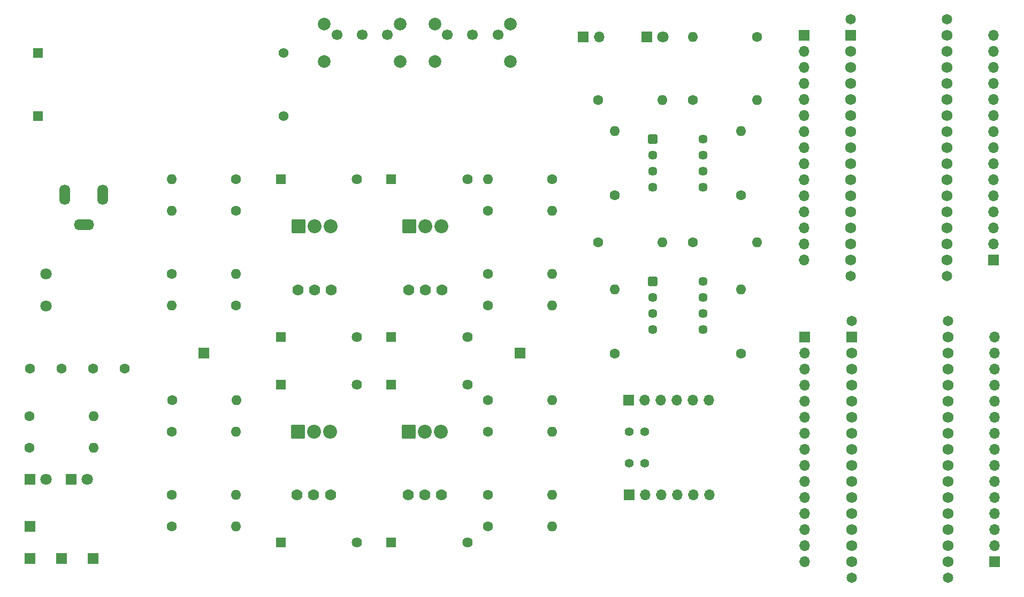
<source format=gbr>
%TF.GenerationSoftware,KiCad,Pcbnew,(6.0.7)*%
%TF.CreationDate,2024-04-02T23:43:12-07:00*%
%TF.ProjectId,PCB_v1,5043425f-7631-42e6-9b69-6361645f7063,rev?*%
%TF.SameCoordinates,Original*%
%TF.FileFunction,Soldermask,Bot*%
%TF.FilePolarity,Negative*%
%FSLAX46Y46*%
G04 Gerber Fmt 4.6, Leading zero omitted, Abs format (unit mm)*
G04 Created by KiCad (PCBNEW (6.0.7)) date 2024-04-02 23:43:12*
%MOMM*%
%LPD*%
G01*
G04 APERTURE LIST*
G04 Aperture macros list*
%AMRoundRect*
0 Rectangle with rounded corners*
0 $1 Rounding radius*
0 $2 $3 $4 $5 $6 $7 $8 $9 X,Y pos of 4 corners*
0 Add a 4 corners polygon primitive as box body*
4,1,4,$2,$3,$4,$5,$6,$7,$8,$9,$2,$3,0*
0 Add four circle primitives for the rounded corners*
1,1,$1+$1,$2,$3*
1,1,$1+$1,$4,$5*
1,1,$1+$1,$6,$7*
1,1,$1+$1,$8,$9*
0 Add four rect primitives between the rounded corners*
20,1,$1+$1,$2,$3,$4,$5,0*
20,1,$1+$1,$4,$5,$6,$7,0*
20,1,$1+$1,$6,$7,$8,$9,0*
20,1,$1+$1,$8,$9,$2,$3,0*%
G04 Aperture macros list end*
%ADD10C,1.651000*%
%ADD11C,1.728000*%
%ADD12RoundRect,0.102000X-0.762000X0.762000X-0.762000X-0.762000X0.762000X-0.762000X0.762000X0.762000X0*%
%ADD13R,1.700000X1.700000*%
%ADD14O,1.700000X1.700000*%
%ADD15C,1.452000*%
%ADD16RoundRect,0.102000X-0.624000X-0.624000X0.624000X-0.624000X0.624000X0.624000X-0.624000X0.624000X0*%
%ADD17C,2.000000*%
%ADD18C,1.700000*%
%ADD19C,1.600000*%
%ADD20O,1.600000X1.600000*%
%ADD21C,1.778000*%
%ADD22RoundRect,0.102000X-1.005000X-1.005000X1.005000X-1.005000X1.005000X1.005000X-1.005000X1.005000X0*%
%ADD23C,2.214000*%
%ADD24O,1.712000X3.220000*%
%ADD25O,3.220000X1.712000*%
%ADD26C,1.803400*%
%ADD27R,1.574800X1.574800*%
%ADD28C,1.574800*%
%ADD29R,1.800000X1.800000*%
%ADD30C,1.800000*%
%ADD31C,1.625600*%
%ADD32R,1.625600X1.625600*%
%ADD33C,1.400000*%
G04 APERTURE END LIST*
D10*
%TO.C,U1*%
X167380000Y-67820000D03*
X182620000Y-67820000D03*
X182620000Y-27180000D03*
X167380000Y-27180000D03*
D11*
X182620000Y-29720000D03*
X182620000Y-32260000D03*
X182620000Y-34800000D03*
X182620000Y-37340000D03*
X182620000Y-39880000D03*
X182620000Y-42420000D03*
X182620000Y-44960000D03*
X182620000Y-47500000D03*
X182620000Y-50040000D03*
X182620000Y-52580000D03*
X182620000Y-55120000D03*
X182620000Y-57660000D03*
X182620000Y-60200000D03*
X182620000Y-62740000D03*
X182620000Y-65280000D03*
X167380000Y-65280000D03*
X167380000Y-62740000D03*
X167380000Y-60200000D03*
X167380000Y-57660000D03*
X167380000Y-55120000D03*
X167380000Y-52580000D03*
X167380000Y-50040000D03*
X167380000Y-47500000D03*
X167380000Y-44960000D03*
X167380000Y-42420000D03*
X167380000Y-39880000D03*
X167380000Y-37340000D03*
X167380000Y-34800000D03*
X167380000Y-32260000D03*
D12*
X167380000Y-29720000D03*
%TD*%
%TO.C,U2*%
X167500000Y-77460000D03*
D11*
X167500000Y-80000000D03*
X167500000Y-82540000D03*
X167500000Y-85080000D03*
X167500000Y-87620000D03*
X167500000Y-90160000D03*
X167500000Y-92700000D03*
X167500000Y-95240000D03*
X167500000Y-97780000D03*
X167500000Y-100320000D03*
X167500000Y-102860000D03*
X167500000Y-105400000D03*
X167500000Y-107940000D03*
X167500000Y-110480000D03*
X167500000Y-113020000D03*
X182740000Y-113020000D03*
X182740000Y-110480000D03*
X182740000Y-107940000D03*
X182740000Y-105400000D03*
X182740000Y-102860000D03*
X182740000Y-100320000D03*
X182740000Y-97780000D03*
X182740000Y-95240000D03*
X182740000Y-92700000D03*
X182740000Y-90160000D03*
X182740000Y-87620000D03*
X182740000Y-85080000D03*
X182740000Y-82540000D03*
X182740000Y-80000000D03*
X182740000Y-77460000D03*
D10*
X167500000Y-74920000D03*
X182740000Y-74920000D03*
X182740000Y-115560000D03*
X167500000Y-115560000D03*
%TD*%
D13*
%TO.C,Laser*%
X125000000Y-29960000D03*
D14*
X127540000Y-29960000D03*
%TD*%
D15*
%TO.C,U4*%
X143970000Y-68690000D03*
X143970000Y-71230000D03*
X143970000Y-73770000D03*
X143970000Y-76310000D03*
X136030000Y-76310000D03*
X136030000Y-73770000D03*
X136030000Y-71230000D03*
D16*
X136030000Y-68690000D03*
%TD*%
%TO.C,U3*%
X136030000Y-46190000D03*
D15*
X136030000Y-48730000D03*
X136030000Y-51270000D03*
X136030000Y-53810000D03*
X143970000Y-53810000D03*
X143970000Y-51270000D03*
X143970000Y-48730000D03*
X143970000Y-46190000D03*
%TD*%
D13*
%TO.C,2R*%
X47500000Y-112500000D03*
%TD*%
%TO.C,1R*%
X115000000Y-80000000D03*
%TD*%
%TO.C,1L*%
X65000000Y-80000000D03*
%TD*%
%TO.C,2L*%
X42500000Y-112500000D03*
%TD*%
%TO.C,GND*%
X37500000Y-107500000D03*
%TD*%
%TO.C,PS*%
X37500000Y-112500000D03*
%TD*%
D17*
%TO.C,SW2*%
X96042500Y-27917500D03*
X84042500Y-33917500D03*
X84042500Y-27917500D03*
X96042500Y-33917500D03*
D18*
X86042500Y-29667500D03*
X90042500Y-29667500D03*
X94042500Y-29667500D03*
%TD*%
D17*
%TO.C,SW1*%
X113542500Y-27917500D03*
X101542500Y-33917500D03*
X101542500Y-27917500D03*
X113542500Y-33917500D03*
D18*
X103542500Y-29667500D03*
X107542500Y-29667500D03*
X111542500Y-29667500D03*
%TD*%
D19*
%TO.C,R27*%
X152580000Y-30000000D03*
D20*
X142420000Y-30000000D03*
%TD*%
%TO.C,R26*%
X150000000Y-69920000D03*
D19*
X150000000Y-80080000D03*
%TD*%
%TO.C,R25*%
X150000000Y-55080000D03*
D20*
X150000000Y-44920000D03*
%TD*%
%TO.C,R24*%
X152580000Y-62500000D03*
D19*
X142420000Y-62500000D03*
%TD*%
%TO.C,R23*%
X142420000Y-40000000D03*
D20*
X152580000Y-40000000D03*
%TD*%
%TO.C,R22*%
X137580000Y-62500000D03*
D19*
X127420000Y-62500000D03*
%TD*%
%TO.C,R21*%
X127420000Y-40000000D03*
D20*
X137580000Y-40000000D03*
%TD*%
%TO.C,R20*%
X130000000Y-69920000D03*
D19*
X130000000Y-80080000D03*
%TD*%
%TO.C,R19*%
X130000000Y-55080000D03*
D20*
X130000000Y-44920000D03*
%TD*%
%TO.C,R18*%
X47580000Y-90000000D03*
D19*
X37420000Y-90000000D03*
%TD*%
%TO.C,R17*%
X109920000Y-102500000D03*
D20*
X120080000Y-102500000D03*
%TD*%
%TO.C,R16*%
X120080000Y-92500000D03*
D19*
X109920000Y-92500000D03*
%TD*%
D20*
%TO.C,R15*%
X120080000Y-67500000D03*
D19*
X109920000Y-67500000D03*
%TD*%
D20*
%TO.C,R14*%
X120080000Y-57500000D03*
D19*
X109920000Y-57500000D03*
%TD*%
%TO.C,R13*%
X59920000Y-102500000D03*
D20*
X70080000Y-102500000D03*
%TD*%
D19*
%TO.C,R12*%
X59920000Y-92500000D03*
D20*
X70080000Y-92500000D03*
%TD*%
D19*
%TO.C,R11*%
X70100000Y-72500000D03*
D20*
X59940000Y-72500000D03*
%TD*%
%TO.C,R10*%
X59910000Y-57500000D03*
D19*
X70070000Y-57500000D03*
%TD*%
%TO.C,R9*%
X109920000Y-107500000D03*
D20*
X120080000Y-107500000D03*
%TD*%
%TO.C,R8*%
X120080000Y-87500000D03*
D19*
X109920000Y-87500000D03*
%TD*%
%TO.C,R7*%
X109920000Y-72500000D03*
D20*
X120080000Y-72500000D03*
%TD*%
%TO.C,R6*%
X109920000Y-52500000D03*
D19*
X120080000Y-52500000D03*
%TD*%
%TO.C,R5*%
X59920000Y-107500000D03*
D20*
X70080000Y-107500000D03*
%TD*%
D19*
%TO.C,R4*%
X60000000Y-87500000D03*
D20*
X70160000Y-87500000D03*
%TD*%
D19*
%TO.C,R3*%
X59920000Y-67500000D03*
D20*
X70080000Y-67500000D03*
%TD*%
%TO.C,R2*%
X59920000Y-52500000D03*
D19*
X70080000Y-52500000D03*
%TD*%
D20*
%TO.C,R1*%
X47580000Y-95000000D03*
D19*
X37420000Y-95000000D03*
%TD*%
D21*
%TO.C,Q8*%
X97320000Y-102500000D03*
X99960000Y-102500000D03*
X102599999Y-102500000D03*
%TD*%
D22*
%TO.C,Q7*%
X97420000Y-92500000D03*
D23*
X99960000Y-92500000D03*
X102500000Y-92500000D03*
%TD*%
D21*
%TO.C,Q6*%
X97400000Y-70000000D03*
X100040000Y-70000000D03*
X102679999Y-70000000D03*
%TD*%
D22*
%TO.C,Q5*%
X97500000Y-60000000D03*
D23*
X100040000Y-60000000D03*
X102580000Y-60000000D03*
%TD*%
D21*
%TO.C,Q4*%
X79750000Y-102500000D03*
X82390000Y-102500000D03*
X85029999Y-102500000D03*
%TD*%
D22*
%TO.C,Q3*%
X79880000Y-92500000D03*
D23*
X82420000Y-92500000D03*
X84960000Y-92500000D03*
%TD*%
D21*
%TO.C,Q2*%
X79880000Y-70000000D03*
X82520000Y-70000000D03*
X85159999Y-70000000D03*
%TD*%
D22*
%TO.C,Q1*%
X80000000Y-60000000D03*
D23*
X82540000Y-60000000D03*
X85080000Y-60000000D03*
%TD*%
D14*
%TO.C,J8*%
X190000000Y-29720000D03*
X190000000Y-32260000D03*
X190000000Y-34800000D03*
X190000000Y-37340000D03*
X190000000Y-39880000D03*
X190000000Y-42420000D03*
X190000000Y-44960000D03*
X190000000Y-47500000D03*
X190000000Y-50040000D03*
X190000000Y-52580000D03*
X190000000Y-55120000D03*
X190000000Y-57660000D03*
X190000000Y-60200000D03*
X190000000Y-62740000D03*
D13*
X190000000Y-65280000D03*
%TD*%
%TO.C,J7*%
X190120000Y-113020000D03*
D14*
X190120000Y-110480000D03*
X190120000Y-107940000D03*
X190120000Y-105400000D03*
X190120000Y-102860000D03*
X190120000Y-100320000D03*
X190120000Y-97780000D03*
X190120000Y-95240000D03*
X190120000Y-92700000D03*
X190120000Y-90160000D03*
X190120000Y-87620000D03*
X190120000Y-85080000D03*
X190120000Y-82540000D03*
X190120000Y-80000000D03*
X190120000Y-77460000D03*
%TD*%
D13*
%TO.C,J6*%
X160120000Y-77490000D03*
D14*
X160120000Y-80030000D03*
X160120000Y-82570000D03*
X160120000Y-85110000D03*
X160120000Y-87650000D03*
X160120000Y-90190000D03*
X160120000Y-92730000D03*
X160120000Y-95270000D03*
X160120000Y-97810000D03*
X160120000Y-100350000D03*
X160120000Y-102890000D03*
X160120000Y-105430000D03*
X160120000Y-107970000D03*
X160120000Y-110510000D03*
X160120000Y-113050000D03*
%TD*%
%TO.C,J5*%
X160025000Y-65310000D03*
X160025000Y-62770000D03*
X160025000Y-60230000D03*
X160025000Y-57690000D03*
X160025000Y-55150000D03*
X160025000Y-52610000D03*
X160025000Y-50070000D03*
X160025000Y-47530000D03*
X160025000Y-44990000D03*
X160025000Y-42450000D03*
X160025000Y-39910000D03*
X160025000Y-37370000D03*
X160025000Y-34830000D03*
X160025000Y-32290000D03*
D13*
X160025000Y-29750000D03*
%TD*%
D24*
%TO.C,J4*%
X49000000Y-55000000D03*
X43000000Y-55000000D03*
D25*
X46000000Y-59700000D03*
%TD*%
D13*
%TO.C,LowerBridge*%
X132300000Y-102500000D03*
D14*
X134840000Y-102500000D03*
X137380000Y-102500000D03*
X139920000Y-102500000D03*
X142460000Y-102500000D03*
X145000000Y-102500000D03*
%TD*%
D13*
%TO.C,UpperBridge*%
X132260000Y-87500000D03*
D14*
X134800000Y-87500000D03*
X137340000Y-87500000D03*
X139880000Y-87500000D03*
X142420000Y-87500000D03*
X144960000Y-87500000D03*
%TD*%
D26*
%TO.C,J1*%
X40000000Y-67500000D03*
X40000000Y-72580000D03*
%TD*%
D27*
%TO.C,F2*%
X38754800Y-32500000D03*
D28*
X77642200Y-32500000D03*
%TD*%
D27*
%TO.C,F1*%
X38754800Y-42500000D03*
D28*
X77642200Y-42500000D03*
%TD*%
D29*
%TO.C,D3*%
X135080000Y-30000000D03*
D30*
X137620000Y-30000000D03*
%TD*%
%TO.C,D2*%
X46540000Y-100000000D03*
D29*
X44000000Y-100000000D03*
%TD*%
D30*
%TO.C,D1*%
X40040000Y-100000000D03*
D29*
X37500000Y-100000000D03*
%TD*%
D31*
%TO.C,CR8*%
X106743700Y-85000000D03*
D32*
X94653300Y-85000000D03*
%TD*%
%TO.C,CR7*%
X94653300Y-110000000D03*
D31*
X106743700Y-110000000D03*
%TD*%
%TO.C,CR6*%
X106743700Y-77500000D03*
D32*
X94653300Y-77500000D03*
%TD*%
%TO.C,CR5*%
X94653300Y-52500000D03*
D31*
X106743700Y-52500000D03*
%TD*%
D32*
%TO.C,CR4*%
X77153300Y-110000000D03*
D31*
X89243700Y-110000000D03*
%TD*%
D32*
%TO.C,CR3*%
X77153300Y-85000000D03*
D31*
X89243700Y-85000000D03*
%TD*%
%TO.C,CR2*%
X89243700Y-77500000D03*
D32*
X77153300Y-77500000D03*
%TD*%
D31*
%TO.C,CR1*%
X89243700Y-52500000D03*
D32*
X77153300Y-52500000D03*
%TD*%
D19*
%TO.C,C4*%
X37500000Y-82500000D03*
X42500000Y-82500000D03*
%TD*%
D33*
%TO.C,C3*%
X134800000Y-97500000D03*
X132300000Y-97500000D03*
%TD*%
%TO.C,C2*%
X134800000Y-92500000D03*
X132300000Y-92500000D03*
%TD*%
D19*
%TO.C,C1*%
X47500000Y-82500000D03*
X52500000Y-82500000D03*
%TD*%
M02*

</source>
